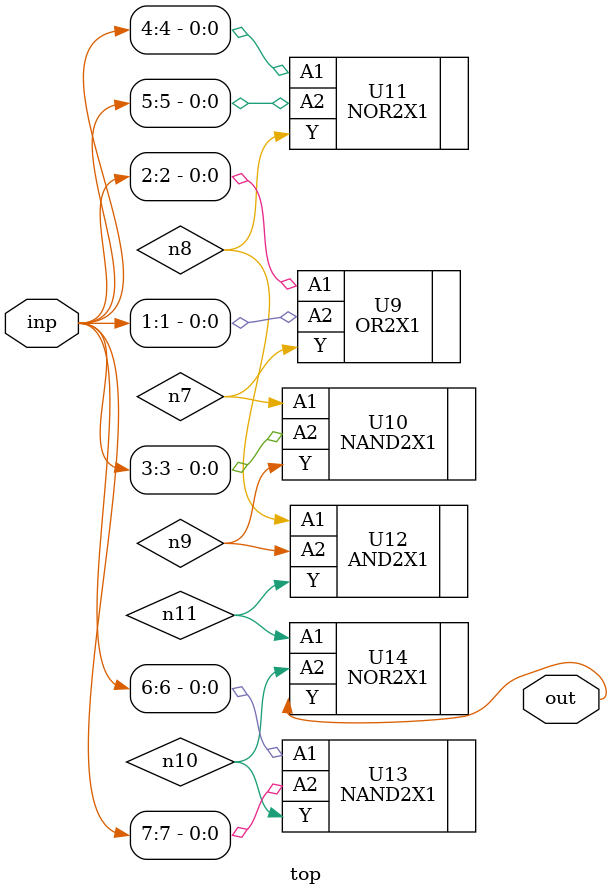
<source format=sv>


module top ( inp, out );
  input [7:0] inp;
  output out;
  wire   n7, n8, n9, n10, n11;

  OR2X1 U9 ( .A1(inp[2]), .A2(inp[1]), .Y(n7) );
  NAND2X1 U10 ( .A1(n7), .A2(inp[3]), .Y(n9) );
  NOR2X1 U11 ( .A1(inp[4]), .A2(inp[5]), .Y(n8) );
  AND2X1 U12 ( .A1(n8), .A2(n9), .Y(n11) );
  NAND2X1 U13 ( .A1(inp[6]), .A2(inp[7]), .Y(n10) );
  NOR2X1 U14 ( .A1(n11), .A2(n10), .Y(out) );
endmodule


</source>
